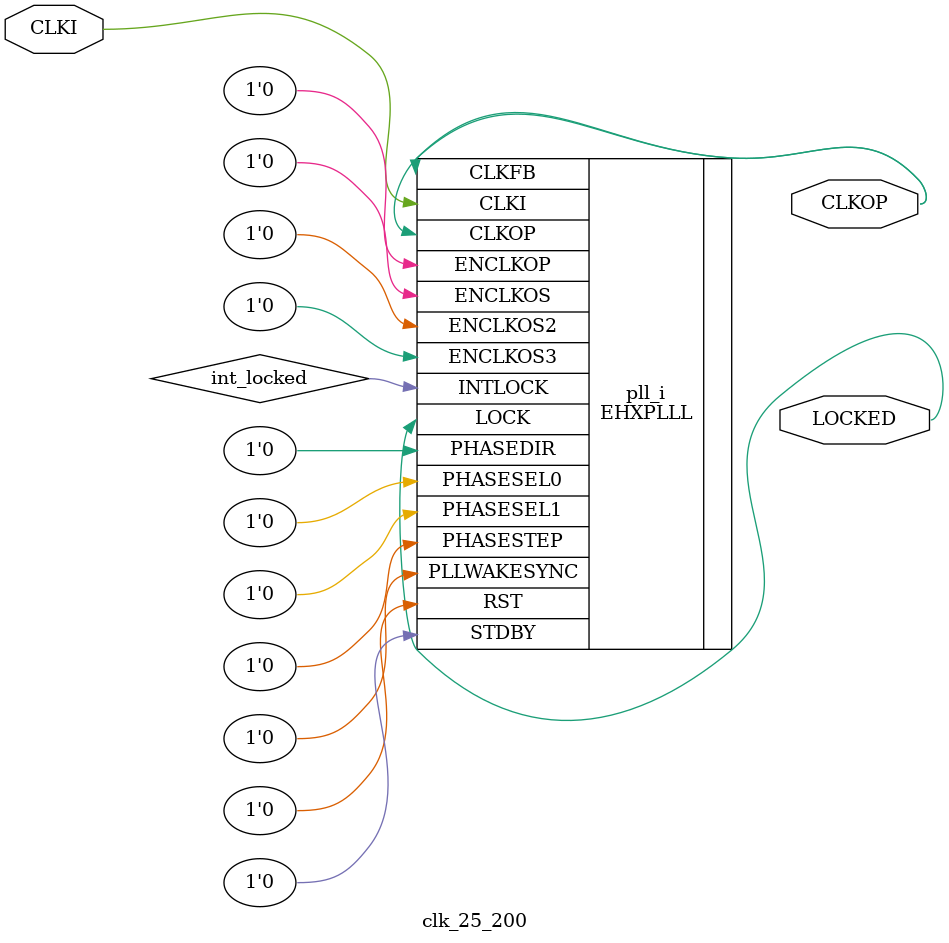
<source format=v>
module clk_25_200
(
  input CLKI,
  output CLKOP,
  output LOCKED
);
    wire int_locked;

    (* ICP_CURRENT="5" *) (* LPF_RESISTOR="16" *) (* MFG_ENABLE_FILTEROPAMP="1" *) (* MFG_GMCREF_SEL="2" *)
    EHXPLLL
    #(
        .PLLRST_ENA("DISABLED"),
        .INTFB_WAKE("DISABLED"),
        .STDBY_ENABLE("DISABLED"),
        .DPHASE_SOURCE("DISABLED"),
        .CLKOS_FPHASE(0),
        .CLKOP_FPHASE(0),
        .CLKOS3_CPHASE(5),
        .CLKOS2_CPHASE(0),
        .CLKOS_CPHASE(0),
        .CLKOP_CPHASE(2),
        .OUTDIVIDER_MUXD("DIVD"),
        .OUTDIVIDER_MUXC("DIVC"),
        .OUTDIVIDER_MUXB("DIVB"),
        .OUTDIVIDER_MUXA("DIVA"),
        .CLKOS3_ENABLE("DISABLED"),
        .CLKOS2_ENABLE("DISABLED"),
        .CLKOS_ENABLE("DISABLED"),
        .CLKOP_ENABLE("ENABLED"),
        .CLKOS3_DIV(1),
        .CLKOS2_DIV(1),
        .CLKOS_DIV(1),
        .CLKOP_DIV(3),
        .CLKFB_DIV(8),
        .CLKI_DIV(1),
        .FEEDBK_PATH("CLKOP")
    )
    pll_i
    (
        .CLKI(CLKI),
        .CLKFB(CLKOP),
        .CLKOP(CLKOP),
        //.CLKOS(CLKOS),
        //.CLKOS2(CLKOS2), 
        //.CLKOS3(CLKOS3),
        .RST(1'b0),
        .STDBY(1'b0),
        .PHASESEL0(1'b0),
        .PHASESEL1(1'b0),
        .PHASEDIR(1'b0),
        .PHASESTEP(1'b0),
        .PLLWAKESYNC(1'b0),
        .ENCLKOP(1'b0),
        .ENCLKOS(1'b0),
        .ENCLKOS2(1'b0),
        .ENCLKOS3(1'b0),
        .LOCK(LOCKED),
        .INTLOCK(int_locked)
    );
endmodule


</source>
